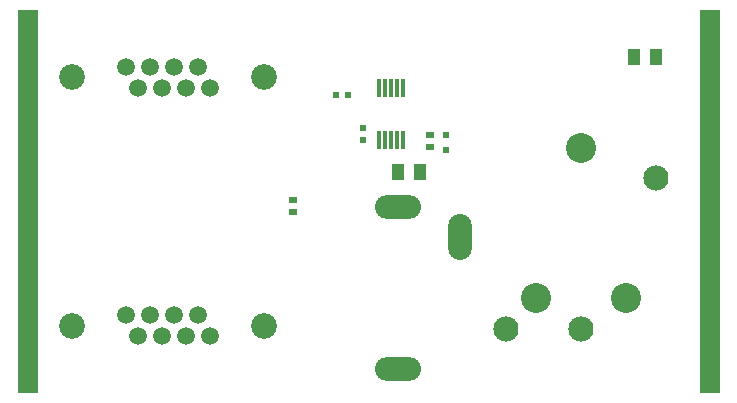
<source format=gts>
G04*
G04 #@! TF.GenerationSoftware,Altium Limited,Altium Designer,20.2.3 (150)*
G04*
G04 Layer_Color=8388736*
%FSLAX25Y25*%
%MOIN*%
G70*
G04*
G04 #@! TF.SameCoordinates,D589E21F-5B4D-4C87-A750-38AF030900ED*
G04*
G04*
G04 #@! TF.FilePolarity,Negative*
G04*
G01*
G75*
G04:AMPARAMS|DCode=24|XSize=61.02mil|YSize=15.75mil|CornerRadius=3.45mil|HoleSize=0mil|Usage=FLASHONLY|Rotation=90.000|XOffset=0mil|YOffset=0mil|HoleType=Round|Shape=RoundedRectangle|*
%AMROUNDEDRECTD24*
21,1,0.06102,0.00886,0,0,90.0*
21,1,0.05413,0.01575,0,0,90.0*
1,1,0.00689,0.00443,0.02707*
1,1,0.00689,0.00443,-0.02707*
1,1,0.00689,-0.00443,-0.02707*
1,1,0.00689,-0.00443,0.02707*
%
%ADD24ROUNDEDRECTD24*%
%ADD25R,0.01975X0.02290*%
%ADD26R,0.02762X0.02368*%
%ADD27R,0.03943X0.05518*%
%ADD28R,0.02368X0.02368*%
%ADD29R,0.02368X0.02368*%
%ADD30C,0.08600*%
%ADD31C,0.05900*%
%ADD32C,0.08400*%
%ADD33C,0.10000*%
%ADD34O,0.07880X0.15361*%
%ADD35O,0.15361X0.07880*%
%ADD36C,0.02400*%
G36*
X66929Y40390D02*
X60075D01*
Y168272D01*
X66929D01*
Y40390D01*
D02*
G37*
G36*
X294256D02*
X287402D01*
Y168272D01*
X294256D01*
X294256Y40390D01*
D02*
G37*
D24*
X180709Y142126D02*
D03*
X182677D02*
D03*
X184646D02*
D03*
X186614D02*
D03*
X188583D02*
D03*
Y124803D02*
D03*
X186614D02*
D03*
X184646D02*
D03*
X180709D02*
D03*
X182677D02*
D03*
D25*
X202756Y126614D02*
D03*
Y121417D02*
D03*
D26*
X151969Y100787D02*
D03*
Y104724D02*
D03*
X197638Y122441D02*
D03*
Y126378D02*
D03*
D27*
X265551Y152362D02*
D03*
X273031D02*
D03*
X194291Y114173D02*
D03*
X186811D02*
D03*
D28*
X175197Y124803D02*
D03*
Y128740D02*
D03*
D29*
X170079Y139764D02*
D03*
X166142D02*
D03*
D30*
X78236Y145791D02*
D03*
X142236D02*
D03*
Y62870D02*
D03*
X78236D02*
D03*
D31*
X124236Y142291D02*
D03*
X120236Y149291D02*
D03*
X116236Y142291D02*
D03*
X112236Y149291D02*
D03*
X108236Y142291D02*
D03*
X104236Y149291D02*
D03*
X100236Y142291D02*
D03*
X96236Y149291D02*
D03*
Y66370D02*
D03*
X100236Y59370D02*
D03*
X104236Y66370D02*
D03*
X108236Y59370D02*
D03*
X112236Y66370D02*
D03*
X116236Y59370D02*
D03*
X120236Y66370D02*
D03*
X124236Y59370D02*
D03*
D32*
X273031Y112270D02*
D03*
X248031Y61970D02*
D03*
X223031D02*
D03*
D33*
X263032Y72270D02*
D03*
X233032D02*
D03*
X248031Y122270D02*
D03*
D34*
X207410Y92547D02*
D03*
D35*
X186937Y102390D02*
D03*
Y48453D02*
D03*
D36*
X62992Y165354D02*
D03*
X291339D02*
D03*
Y157480D02*
D03*
Y149606D02*
D03*
Y141732D02*
D03*
Y133858D02*
D03*
Y125984D02*
D03*
Y118110D02*
D03*
Y110236D02*
D03*
Y98425D02*
D03*
Y90551D02*
D03*
Y82677D02*
D03*
Y74803D02*
D03*
Y66929D02*
D03*
Y59055D02*
D03*
Y51181D02*
D03*
Y43307D02*
D03*
Y104331D02*
D03*
X62992D02*
D03*
Y157480D02*
D03*
Y149606D02*
D03*
Y141732D02*
D03*
Y133858D02*
D03*
Y125984D02*
D03*
Y118110D02*
D03*
Y110236D02*
D03*
Y98425D02*
D03*
Y90551D02*
D03*
Y82677D02*
D03*
Y74803D02*
D03*
Y66929D02*
D03*
Y59055D02*
D03*
Y51181D02*
D03*
Y43307D02*
D03*
M02*

</source>
